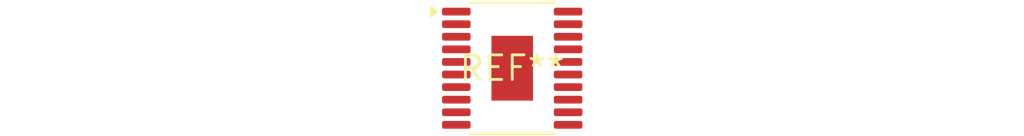
<source format=kicad_pcb>
(kicad_pcb (version 20240108) (generator pcbnew)
  (layers (0 "F.Cu" signal) (31 "B.Cu" signal) (34 "B.Paste" user) (35 "F.Paste" user) (36 "B.SilkS" user "B.Silkscreen") (37 "F.SilkS" user "F.Silkscreen") (38 "B.Mask" user) (39 "F.Mask" user) (44 "Edge.Cuts" user))
  (net 0 "")
  (footprint "TSSOP-20-1EP_4.4x6.5mm_P0.65mm_EP2.15x3.35mm" (layer "F.Cu") (at 0 0)
    (property "Reference" "REF**")
    (property "Value" "TSSOP-20-1EP_4.4x6.5mm_P0.65mm_EP2.15x3.35mm")
    (fp_line (start 0 -3.385) (end -2.2 -3.385) (layer "F.SilkS") (stroke (width 0.12)))
    (fp_line (start 0 -3.385) (end 2.2 -3.385) (layer "F.SilkS") (stroke (width 0.12)))
    (fp_line (start 0 3.385) (end -2.2 3.385) (layer "F.SilkS") (stroke (width 0.12)))
    (fp_line (start 0 3.385) (end 2.2 3.385) (layer "F.SilkS") (stroke (width 0.12)))
    (fp_poly (pts (xy -3.885 -2.925) (xy -4.215 -3.165) (xy -4.215 -2.685) (xy -3.885 -2.925)) (layer "F.SilkS") (stroke (width 0.12)) (fill solid))
    (pad "1" smd roundrect (at -2.8875 -2.925) (size 1.475 0.4) (layers "F.Cu" "F.Paste" "F.Mask"))
    (pad "2" smd roundrect (at -2.8875 -2.275) (size 1.475 0.4) (layers "F.Cu" "F.Paste" "F.Mask"))
    (pad "3" smd roundrect (at -2.8875 -1.625) (size 1.475 0.4) (layers "F.Cu" "F.Paste" "F.Mask"))
    (pad "4" smd roundrect (at -2.8875 -0.975) (size 1.475 0.4) (layers "F.Cu" "F.Paste" "F.Mask"))
    (pad "5" smd roundrect (at -2.8875 -0.325) (size 1.475 0.4) (layers "F.Cu" "F.Paste" "F.Mask"))
    (pad "6" smd roundrect (at -2.8875 0.325) (size 1.475 0.4) (layers "F.Cu" "F.Paste" "F.Mask"))
    (pad "7" smd roundrect (at -2.8875 0.975) (size 1.475 0.4) (layers "F.Cu" "F.Paste" "F.Mask"))
    (pad "8" smd roundrect (at -2.8875 1.625) (size 1.475 0.4) (layers "F.Cu" "F.Paste" "F.Mask"))
    (pad "9" smd roundrect (at -2.8875 2.275) (size 1.475 0.4) (layers "F.Cu" "F.Paste" "F.Mask"))
    (pad "10" smd roundrect (at -2.8875 2.925) (size 1.475 0.4) (layers "F.Cu" "F.Paste" "F.Mask"))
    (pad "11" smd roundrect (at 2.8875 2.925) (size 1.475 0.4) (layers "F.Cu" "F.Paste" "F.Mask"))
    (pad "12" smd roundrect (at 2.8875 2.275) (size 1.475 0.4) (layers "F.Cu" "F.Paste" "F.Mask"))
    (pad "13" smd roundrect (at 2.8875 1.625) (size 1.475 0.4) (layers "F.Cu" "F.Paste" "F.Mask"))
    (pad "14" smd roundrect (at 2.8875 0.975) (size 1.475 0.4) (layers "F.Cu" "F.Paste" "F.Mask"))
    (pad "15" smd roundrect (at 2.8875 0.325) (size 1.475 0.4) (layers "F.Cu" "F.Paste" "F.Mask"))
    (pad "16" smd roundrect (at 2.8875 -0.325) (size 1.475 0.4) (layers "F.Cu" "F.Paste" "F.Mask"))
    (pad "17" smd roundrect (at 2.8875 -0.975) (size 1.475 0.4) (layers "F.Cu" "F.Paste" "F.Mask"))
    (pad "18" smd roundrect (at 2.8875 -1.625) (size 1.475 0.4) (layers "F.Cu" "F.Paste" "F.Mask"))
    (pad "19" smd roundrect (at 2.8875 -2.275) (size 1.475 0.4) (layers "F.Cu" "F.Paste" "F.Mask"))
    (pad "20" smd roundrect (at 2.8875 -2.925) (size 1.475 0.4) (layers "F.Cu" "F.Paste" "F.Mask"))
    (pad "21" smd rect (at 0 0) (size 2.15 3.35) (property pad_prop_heatsink) (layers "F.Cu" "F.Mask"))
  )
)
</source>
